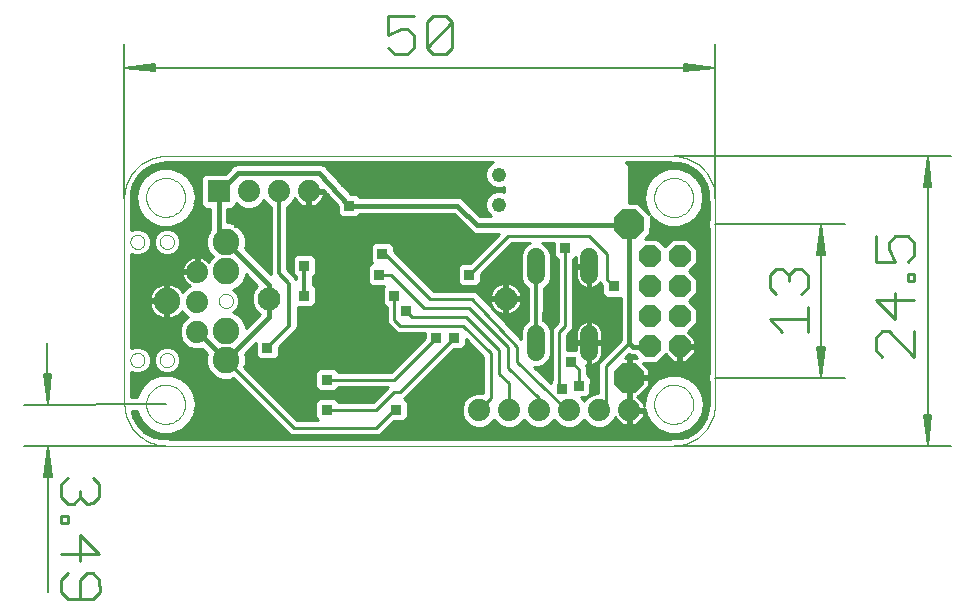
<source format=gbl>
G75*
G70*
%OFA0B0*%
%FSLAX24Y24*%
%IPPOS*%
%LPD*%
%AMOC8*
5,1,8,0,0,1.08239X$1,22.5*
%
%ADD10C,0.0000*%
%ADD11C,0.0051*%
%ADD12C,0.0110*%
%ADD13C,0.0886*%
%ADD14OC8,0.0740*%
%ADD15C,0.0768*%
%ADD16C,0.0480*%
%ADD17R,0.0740X0.0740*%
%ADD18C,0.0740*%
%ADD19C,0.0591*%
%ADD20OC8,0.1000*%
%ADD21C,0.0120*%
%ADD22R,0.0356X0.0356*%
%ADD23C,0.0160*%
%ADD24C,0.0100*%
D10*
X004848Y006033D02*
X004851Y006033D01*
X021780Y006033D01*
X021784Y006033D01*
X021134Y007407D02*
X021136Y007457D01*
X021142Y007507D01*
X021152Y007557D01*
X021165Y007605D01*
X021182Y007653D01*
X021203Y007699D01*
X021227Y007743D01*
X021255Y007785D01*
X021286Y007825D01*
X021320Y007862D01*
X021357Y007897D01*
X021396Y007928D01*
X021437Y007957D01*
X021481Y007982D01*
X021527Y008004D01*
X021574Y008022D01*
X021622Y008036D01*
X021671Y008047D01*
X021721Y008054D01*
X021771Y008057D01*
X021822Y008056D01*
X021872Y008051D01*
X021922Y008042D01*
X021970Y008030D01*
X022018Y008013D01*
X022064Y007993D01*
X022109Y007970D01*
X022152Y007943D01*
X022192Y007913D01*
X022230Y007880D01*
X022265Y007844D01*
X022298Y007805D01*
X022327Y007764D01*
X022353Y007721D01*
X022376Y007676D01*
X022395Y007629D01*
X022410Y007581D01*
X022422Y007532D01*
X022430Y007482D01*
X022434Y007432D01*
X022434Y007382D01*
X022430Y007332D01*
X022422Y007282D01*
X022410Y007233D01*
X022395Y007185D01*
X022376Y007138D01*
X022353Y007093D01*
X022327Y007050D01*
X022298Y007009D01*
X022265Y006970D01*
X022230Y006934D01*
X022192Y006901D01*
X022152Y006871D01*
X022109Y006844D01*
X022064Y006821D01*
X022018Y006801D01*
X021970Y006784D01*
X021922Y006772D01*
X021872Y006763D01*
X021822Y006758D01*
X021771Y006757D01*
X021721Y006760D01*
X021671Y006767D01*
X021622Y006778D01*
X021574Y006792D01*
X021527Y006810D01*
X021481Y006832D01*
X021437Y006857D01*
X021396Y006886D01*
X021357Y006917D01*
X021320Y006952D01*
X021286Y006989D01*
X021255Y007029D01*
X021227Y007071D01*
X021203Y007115D01*
X021182Y007161D01*
X021165Y007209D01*
X021152Y007257D01*
X021142Y007307D01*
X021136Y007357D01*
X021134Y007407D01*
X021780Y006033D02*
X021852Y006035D01*
X021924Y006041D01*
X021996Y006050D01*
X022067Y006063D01*
X022137Y006080D01*
X022206Y006100D01*
X022274Y006125D01*
X022340Y006152D01*
X022406Y006183D01*
X022469Y006218D01*
X022531Y006255D01*
X022590Y006296D01*
X022647Y006340D01*
X022702Y006387D01*
X022754Y006437D01*
X022804Y006489D01*
X022851Y006544D01*
X022895Y006601D01*
X022936Y006660D01*
X022973Y006722D01*
X023008Y006785D01*
X023039Y006851D01*
X023066Y006917D01*
X023091Y006985D01*
X023111Y007054D01*
X023128Y007124D01*
X023141Y007195D01*
X023150Y007267D01*
X023156Y007339D01*
X023158Y007411D01*
X023158Y014300D01*
X023158Y014307D01*
X021130Y014300D02*
X021132Y014350D01*
X021138Y014400D01*
X021148Y014450D01*
X021161Y014498D01*
X021178Y014546D01*
X021199Y014592D01*
X021223Y014636D01*
X021251Y014678D01*
X021282Y014718D01*
X021316Y014755D01*
X021353Y014790D01*
X021392Y014821D01*
X021433Y014850D01*
X021477Y014875D01*
X021523Y014897D01*
X021570Y014915D01*
X021618Y014929D01*
X021667Y014940D01*
X021717Y014947D01*
X021767Y014950D01*
X021818Y014949D01*
X021868Y014944D01*
X021918Y014935D01*
X021966Y014923D01*
X022014Y014906D01*
X022060Y014886D01*
X022105Y014863D01*
X022148Y014836D01*
X022188Y014806D01*
X022226Y014773D01*
X022261Y014737D01*
X022294Y014698D01*
X022323Y014657D01*
X022349Y014614D01*
X022372Y014569D01*
X022391Y014522D01*
X022406Y014474D01*
X022418Y014425D01*
X022426Y014375D01*
X022430Y014325D01*
X022430Y014275D01*
X022426Y014225D01*
X022418Y014175D01*
X022406Y014126D01*
X022391Y014078D01*
X022372Y014031D01*
X022349Y013986D01*
X022323Y013943D01*
X022294Y013902D01*
X022261Y013863D01*
X022226Y013827D01*
X022188Y013794D01*
X022148Y013764D01*
X022105Y013737D01*
X022060Y013714D01*
X022014Y013694D01*
X021966Y013677D01*
X021918Y013665D01*
X021868Y013656D01*
X021818Y013651D01*
X021767Y013650D01*
X021717Y013653D01*
X021667Y013660D01*
X021618Y013671D01*
X021570Y013685D01*
X021523Y013703D01*
X021477Y013725D01*
X021433Y013750D01*
X021392Y013779D01*
X021353Y013810D01*
X021316Y013845D01*
X021282Y013882D01*
X021251Y013922D01*
X021223Y013964D01*
X021199Y014008D01*
X021178Y014054D01*
X021161Y014102D01*
X021148Y014150D01*
X021138Y014200D01*
X021132Y014250D01*
X021130Y014300D01*
X021780Y015678D02*
X021852Y015676D01*
X021924Y015670D01*
X021996Y015661D01*
X022067Y015648D01*
X022137Y015631D01*
X022206Y015611D01*
X022274Y015586D01*
X022340Y015559D01*
X022406Y015528D01*
X022469Y015493D01*
X022531Y015456D01*
X022590Y015415D01*
X022647Y015371D01*
X022702Y015324D01*
X022754Y015274D01*
X022804Y015222D01*
X022851Y015167D01*
X022895Y015110D01*
X022936Y015051D01*
X022973Y014989D01*
X023008Y014926D01*
X023039Y014860D01*
X023066Y014794D01*
X023091Y014726D01*
X023111Y014657D01*
X023128Y014587D01*
X023141Y014516D01*
X023150Y014444D01*
X023156Y014372D01*
X023158Y014300D01*
X021784Y015678D02*
X021780Y015678D01*
X004851Y015678D01*
X004198Y014304D02*
X004200Y014354D01*
X004206Y014404D01*
X004216Y014454D01*
X004229Y014502D01*
X004246Y014550D01*
X004267Y014596D01*
X004291Y014640D01*
X004319Y014682D01*
X004350Y014722D01*
X004384Y014759D01*
X004421Y014794D01*
X004460Y014825D01*
X004501Y014854D01*
X004545Y014879D01*
X004591Y014901D01*
X004638Y014919D01*
X004686Y014933D01*
X004735Y014944D01*
X004785Y014951D01*
X004835Y014954D01*
X004886Y014953D01*
X004936Y014948D01*
X004986Y014939D01*
X005034Y014927D01*
X005082Y014910D01*
X005128Y014890D01*
X005173Y014867D01*
X005216Y014840D01*
X005256Y014810D01*
X005294Y014777D01*
X005329Y014741D01*
X005362Y014702D01*
X005391Y014661D01*
X005417Y014618D01*
X005440Y014573D01*
X005459Y014526D01*
X005474Y014478D01*
X005486Y014429D01*
X005494Y014379D01*
X005498Y014329D01*
X005498Y014279D01*
X005494Y014229D01*
X005486Y014179D01*
X005474Y014130D01*
X005459Y014082D01*
X005440Y014035D01*
X005417Y013990D01*
X005391Y013947D01*
X005362Y013906D01*
X005329Y013867D01*
X005294Y013831D01*
X005256Y013798D01*
X005216Y013768D01*
X005173Y013741D01*
X005128Y013718D01*
X005082Y013698D01*
X005034Y013681D01*
X004986Y013669D01*
X004936Y013660D01*
X004886Y013655D01*
X004835Y013654D01*
X004785Y013657D01*
X004735Y013664D01*
X004686Y013675D01*
X004638Y013689D01*
X004591Y013707D01*
X004545Y013729D01*
X004501Y013754D01*
X004460Y013783D01*
X004421Y013814D01*
X004384Y013849D01*
X004350Y013886D01*
X004319Y013926D01*
X004291Y013968D01*
X004267Y014012D01*
X004246Y014058D01*
X004229Y014106D01*
X004216Y014154D01*
X004206Y014204D01*
X004200Y014254D01*
X004198Y014304D01*
X003473Y014300D02*
X003475Y014372D01*
X003481Y014444D01*
X003490Y014516D01*
X003503Y014587D01*
X003520Y014657D01*
X003540Y014726D01*
X003565Y014794D01*
X003592Y014860D01*
X003623Y014926D01*
X003658Y014989D01*
X003695Y015051D01*
X003736Y015110D01*
X003780Y015167D01*
X003827Y015222D01*
X003877Y015274D01*
X003929Y015324D01*
X003984Y015371D01*
X004041Y015415D01*
X004100Y015456D01*
X004162Y015493D01*
X004225Y015528D01*
X004291Y015559D01*
X004357Y015586D01*
X004425Y015611D01*
X004494Y015631D01*
X004564Y015648D01*
X004635Y015661D01*
X004707Y015670D01*
X004779Y015676D01*
X004851Y015678D01*
X003473Y014304D02*
X003473Y014300D01*
X003473Y007450D01*
X003473Y007407D01*
X004198Y007407D02*
X004200Y007457D01*
X004206Y007507D01*
X004216Y007557D01*
X004229Y007605D01*
X004246Y007653D01*
X004267Y007699D01*
X004291Y007743D01*
X004319Y007785D01*
X004350Y007825D01*
X004384Y007862D01*
X004421Y007897D01*
X004460Y007928D01*
X004501Y007957D01*
X004545Y007982D01*
X004591Y008004D01*
X004638Y008022D01*
X004686Y008036D01*
X004735Y008047D01*
X004785Y008054D01*
X004835Y008057D01*
X004886Y008056D01*
X004936Y008051D01*
X004986Y008042D01*
X005034Y008030D01*
X005082Y008013D01*
X005128Y007993D01*
X005173Y007970D01*
X005216Y007943D01*
X005256Y007913D01*
X005294Y007880D01*
X005329Y007844D01*
X005362Y007805D01*
X005391Y007764D01*
X005417Y007721D01*
X005440Y007676D01*
X005459Y007629D01*
X005474Y007581D01*
X005486Y007532D01*
X005494Y007482D01*
X005498Y007432D01*
X005498Y007382D01*
X005494Y007332D01*
X005486Y007282D01*
X005474Y007233D01*
X005459Y007185D01*
X005440Y007138D01*
X005417Y007093D01*
X005391Y007050D01*
X005362Y007009D01*
X005329Y006970D01*
X005294Y006934D01*
X005256Y006901D01*
X005216Y006871D01*
X005173Y006844D01*
X005128Y006821D01*
X005082Y006801D01*
X005034Y006784D01*
X004986Y006772D01*
X004936Y006763D01*
X004886Y006758D01*
X004835Y006757D01*
X004785Y006760D01*
X004735Y006767D01*
X004686Y006778D01*
X004638Y006792D01*
X004591Y006810D01*
X004545Y006832D01*
X004501Y006857D01*
X004460Y006886D01*
X004421Y006917D01*
X004384Y006952D01*
X004350Y006989D01*
X004319Y007029D01*
X004291Y007071D01*
X004267Y007115D01*
X004246Y007161D01*
X004229Y007209D01*
X004216Y007257D01*
X004206Y007307D01*
X004200Y007357D01*
X004198Y007407D01*
X003473Y007450D02*
X003474Y007377D01*
X003479Y007303D01*
X003487Y007231D01*
X003500Y007159D01*
X003516Y007087D01*
X003535Y007017D01*
X003559Y006947D01*
X003586Y006879D01*
X003617Y006813D01*
X003651Y006748D01*
X003688Y006685D01*
X003729Y006624D01*
X003772Y006566D01*
X003819Y006509D01*
X003869Y006455D01*
X003921Y006404D01*
X003976Y006356D01*
X004033Y006311D01*
X004093Y006268D01*
X004155Y006229D01*
X004219Y006193D01*
X004284Y006161D01*
X004352Y006132D01*
X004420Y006107D01*
X004490Y006085D01*
X004561Y006067D01*
X004633Y006052D01*
X004705Y006042D01*
X004778Y006035D01*
X004851Y006032D01*
X004655Y008883D02*
X004657Y008913D01*
X004663Y008943D01*
X004672Y008972D01*
X004685Y008999D01*
X004702Y009024D01*
X004721Y009047D01*
X004744Y009068D01*
X004769Y009085D01*
X004795Y009099D01*
X004824Y009109D01*
X004853Y009116D01*
X004883Y009119D01*
X004914Y009118D01*
X004944Y009113D01*
X004973Y009104D01*
X005000Y009092D01*
X005026Y009077D01*
X005050Y009058D01*
X005071Y009036D01*
X005089Y009012D01*
X005104Y008985D01*
X005115Y008957D01*
X005123Y008928D01*
X005127Y008898D01*
X005127Y008868D01*
X005123Y008838D01*
X005115Y008809D01*
X005104Y008781D01*
X005089Y008754D01*
X005071Y008730D01*
X005050Y008708D01*
X005026Y008689D01*
X005000Y008674D01*
X004973Y008662D01*
X004944Y008653D01*
X004914Y008648D01*
X004883Y008647D01*
X004853Y008650D01*
X004824Y008657D01*
X004795Y008667D01*
X004769Y008681D01*
X004744Y008698D01*
X004721Y008719D01*
X004702Y008742D01*
X004685Y008767D01*
X004672Y008794D01*
X004663Y008823D01*
X004657Y008853D01*
X004655Y008883D01*
X003670Y008883D02*
X003672Y008913D01*
X003678Y008943D01*
X003687Y008972D01*
X003700Y008999D01*
X003717Y009024D01*
X003736Y009047D01*
X003759Y009068D01*
X003784Y009085D01*
X003810Y009099D01*
X003839Y009109D01*
X003868Y009116D01*
X003898Y009119D01*
X003929Y009118D01*
X003959Y009113D01*
X003988Y009104D01*
X004015Y009092D01*
X004041Y009077D01*
X004065Y009058D01*
X004086Y009036D01*
X004104Y009012D01*
X004119Y008985D01*
X004130Y008957D01*
X004138Y008928D01*
X004142Y008898D01*
X004142Y008868D01*
X004138Y008838D01*
X004130Y008809D01*
X004119Y008781D01*
X004104Y008754D01*
X004086Y008730D01*
X004065Y008708D01*
X004041Y008689D01*
X004015Y008674D01*
X003988Y008662D01*
X003959Y008653D01*
X003929Y008648D01*
X003898Y008647D01*
X003868Y008650D01*
X003839Y008657D01*
X003810Y008667D01*
X003784Y008681D01*
X003759Y008698D01*
X003736Y008719D01*
X003717Y008742D01*
X003700Y008767D01*
X003687Y008794D01*
X003678Y008823D01*
X003672Y008853D01*
X003670Y008883D01*
X006623Y010852D02*
X006625Y010882D01*
X006631Y010912D01*
X006640Y010941D01*
X006653Y010968D01*
X006670Y010993D01*
X006689Y011016D01*
X006712Y011037D01*
X006737Y011054D01*
X006763Y011068D01*
X006792Y011078D01*
X006821Y011085D01*
X006851Y011088D01*
X006882Y011087D01*
X006912Y011082D01*
X006941Y011073D01*
X006968Y011061D01*
X006994Y011046D01*
X007018Y011027D01*
X007039Y011005D01*
X007057Y010981D01*
X007072Y010954D01*
X007083Y010926D01*
X007091Y010897D01*
X007095Y010867D01*
X007095Y010837D01*
X007091Y010807D01*
X007083Y010778D01*
X007072Y010750D01*
X007057Y010723D01*
X007039Y010699D01*
X007018Y010677D01*
X006994Y010658D01*
X006968Y010643D01*
X006941Y010631D01*
X006912Y010622D01*
X006882Y010617D01*
X006851Y010616D01*
X006821Y010619D01*
X006792Y010626D01*
X006763Y010636D01*
X006737Y010650D01*
X006712Y010667D01*
X006689Y010688D01*
X006670Y010711D01*
X006653Y010736D01*
X006640Y010763D01*
X006631Y010792D01*
X006625Y010822D01*
X006623Y010852D01*
X004655Y012820D02*
X004657Y012850D01*
X004663Y012880D01*
X004672Y012909D01*
X004685Y012936D01*
X004702Y012961D01*
X004721Y012984D01*
X004744Y013005D01*
X004769Y013022D01*
X004795Y013036D01*
X004824Y013046D01*
X004853Y013053D01*
X004883Y013056D01*
X004914Y013055D01*
X004944Y013050D01*
X004973Y013041D01*
X005000Y013029D01*
X005026Y013014D01*
X005050Y012995D01*
X005071Y012973D01*
X005089Y012949D01*
X005104Y012922D01*
X005115Y012894D01*
X005123Y012865D01*
X005127Y012835D01*
X005127Y012805D01*
X005123Y012775D01*
X005115Y012746D01*
X005104Y012718D01*
X005089Y012691D01*
X005071Y012667D01*
X005050Y012645D01*
X005026Y012626D01*
X005000Y012611D01*
X004973Y012599D01*
X004944Y012590D01*
X004914Y012585D01*
X004883Y012584D01*
X004853Y012587D01*
X004824Y012594D01*
X004795Y012604D01*
X004769Y012618D01*
X004744Y012635D01*
X004721Y012656D01*
X004702Y012679D01*
X004685Y012704D01*
X004672Y012731D01*
X004663Y012760D01*
X004657Y012790D01*
X004655Y012820D01*
X003670Y012820D02*
X003672Y012850D01*
X003678Y012880D01*
X003687Y012909D01*
X003700Y012936D01*
X003717Y012961D01*
X003736Y012984D01*
X003759Y013005D01*
X003784Y013022D01*
X003810Y013036D01*
X003839Y013046D01*
X003868Y013053D01*
X003898Y013056D01*
X003929Y013055D01*
X003959Y013050D01*
X003988Y013041D01*
X004015Y013029D01*
X004041Y013014D01*
X004065Y012995D01*
X004086Y012973D01*
X004104Y012949D01*
X004119Y012922D01*
X004130Y012894D01*
X004138Y012865D01*
X004142Y012835D01*
X004142Y012805D01*
X004138Y012775D01*
X004130Y012746D01*
X004119Y012718D01*
X004104Y012691D01*
X004086Y012667D01*
X004065Y012645D01*
X004041Y012626D01*
X004015Y012611D01*
X003988Y012599D01*
X003959Y012590D01*
X003929Y012585D01*
X003898Y012584D01*
X003868Y012587D01*
X003839Y012594D01*
X003810Y012604D01*
X003784Y012618D01*
X003759Y012635D01*
X003736Y012656D01*
X003717Y012679D01*
X003700Y012704D01*
X003687Y012731D01*
X003678Y012760D01*
X003672Y012790D01*
X003670Y012820D01*
D11*
X000916Y006024D02*
X000927Y001163D01*
X000867Y005000D02*
X000916Y006024D01*
X000816Y005000D01*
X000793Y005000D02*
X000916Y006024D01*
X001021Y005000D01*
X001044Y005000D02*
X000793Y005000D01*
X000970Y005000D02*
X000916Y006024D01*
X001044Y005000D01*
X000129Y006022D02*
X004851Y006033D01*
X004848Y007407D02*
X000126Y007397D01*
X000913Y007398D02*
X000808Y008422D01*
X000785Y008422D02*
X000913Y007398D01*
X001013Y008422D01*
X001036Y008422D02*
X000785Y008422D01*
X000859Y008422D02*
X000913Y007398D01*
X000962Y008422D01*
X001036Y008422D02*
X000913Y007398D01*
X000908Y009446D01*
X003473Y014300D02*
X003473Y019418D01*
X003473Y018631D02*
X004497Y018733D01*
X004497Y018757D02*
X004497Y018505D01*
X003473Y018631D01*
X004497Y018529D01*
X004497Y018580D02*
X003473Y018631D01*
X004497Y018682D01*
X004497Y018757D02*
X003473Y018631D01*
X023158Y018631D01*
X022135Y018529D01*
X022135Y018505D02*
X023158Y018631D01*
X022135Y018733D01*
X022135Y018757D02*
X022135Y018505D01*
X022135Y018580D02*
X023158Y018631D01*
X022135Y018682D01*
X022135Y018757D02*
X023158Y018631D01*
X023158Y019418D02*
X023158Y014300D01*
X023158Y013415D02*
X027489Y013415D01*
X026702Y013415D02*
X026804Y012391D01*
X026827Y012391D02*
X026702Y013415D01*
X026599Y012391D01*
X026576Y012391D02*
X026827Y012391D01*
X026753Y012391D02*
X026702Y013415D01*
X026651Y012391D01*
X026576Y012391D02*
X026702Y013415D01*
X026702Y008296D01*
X026804Y009320D01*
X026827Y009320D02*
X026702Y008296D01*
X026599Y009320D01*
X026576Y009320D02*
X026827Y009320D01*
X026753Y009320D02*
X026702Y008296D01*
X026651Y009320D01*
X026576Y009320D02*
X026702Y008296D01*
X027489Y008296D02*
X023158Y008296D01*
X021780Y006033D02*
X031032Y006033D01*
X030245Y006033D02*
X030347Y007056D01*
X030371Y007056D02*
X030245Y006033D01*
X030143Y007056D01*
X030119Y007056D02*
X030371Y007056D01*
X030296Y007056D02*
X030245Y006033D01*
X030194Y007056D01*
X030119Y007056D02*
X030245Y006033D01*
X030245Y015678D01*
X030347Y014655D01*
X030371Y014655D02*
X030245Y015678D01*
X030143Y014655D01*
X030119Y014655D02*
X030371Y014655D01*
X030296Y014655D02*
X030245Y015678D01*
X030194Y014655D01*
X030119Y014655D02*
X030245Y015678D01*
X031032Y015678D02*
X021780Y015678D01*
D12*
X025195Y011929D02*
X025407Y011929D01*
X025618Y011717D01*
X025830Y011929D01*
X026042Y011929D01*
X026253Y011717D01*
X026253Y011294D01*
X026042Y011083D01*
X026253Y010660D02*
X026253Y009814D01*
X026253Y010237D02*
X024984Y010237D01*
X025407Y009814D01*
X025195Y011083D02*
X024984Y011294D01*
X024984Y011717D01*
X025195Y011929D01*
X025618Y011717D02*
X025618Y011506D01*
X028527Y010895D02*
X029162Y010261D01*
X029162Y011107D01*
X029796Y010895D02*
X028527Y010895D01*
X029585Y011529D02*
X029585Y011741D01*
X029796Y011741D01*
X029796Y011529D01*
X029585Y011529D01*
X029585Y012164D02*
X029796Y012375D01*
X029796Y012798D01*
X029585Y013010D01*
X029162Y013010D01*
X028950Y012798D01*
X028950Y012587D01*
X029162Y012164D01*
X028527Y012164D01*
X028527Y013010D01*
X028739Y009838D02*
X028527Y009626D01*
X028527Y009203D01*
X028739Y008992D01*
X028950Y009838D02*
X029796Y008992D01*
X029796Y009838D01*
X028950Y009838D02*
X028739Y009838D01*
X014389Y019291D02*
X014178Y019080D01*
X013755Y019080D01*
X013543Y019291D01*
X014389Y020137D01*
X014389Y019291D01*
X013543Y019291D02*
X013543Y020137D01*
X013755Y020349D01*
X014178Y020349D01*
X014389Y020137D01*
X013121Y020349D02*
X012274Y020349D01*
X012274Y019714D01*
X012697Y019926D01*
X012909Y019926D01*
X013121Y019714D01*
X013121Y019291D01*
X012909Y019080D01*
X012486Y019080D01*
X012274Y019291D01*
X002425Y004948D02*
X002637Y004737D01*
X002637Y004314D01*
X002426Y004102D01*
X002215Y004101D01*
X002003Y004313D01*
X001792Y004101D01*
X001580Y004100D01*
X001368Y004311D01*
X001368Y004735D01*
X001579Y004946D01*
X002003Y004524D02*
X002003Y004313D01*
X001581Y003678D02*
X001369Y003677D01*
X001370Y003466D01*
X001581Y003466D01*
X001581Y003678D01*
X002005Y003044D02*
X002007Y002198D01*
X002219Y001775D02*
X002008Y001564D01*
X002009Y000929D01*
X001586Y000928D02*
X002432Y000930D01*
X002643Y001142D01*
X002642Y001565D01*
X002430Y001776D01*
X002219Y001775D01*
X001584Y001774D02*
X001373Y001563D01*
X001374Y001139D01*
X001586Y000928D01*
X001372Y002408D02*
X002641Y002411D01*
X002005Y003044D01*
D13*
X006859Y008883D03*
X006859Y009867D03*
X004891Y010852D03*
X006859Y011836D03*
X006859Y012820D03*
D14*
X020981Y012349D03*
X021981Y012349D03*
X021981Y011349D03*
X020981Y011349D03*
X020981Y010349D03*
X021981Y010349D03*
X021981Y009349D03*
X020981Y009349D03*
D15*
X016183Y010929D03*
X008309Y010929D03*
D16*
X015952Y014061D03*
X015952Y015061D03*
D17*
X006615Y014512D03*
D18*
X007615Y014512D03*
X008615Y014512D03*
X009615Y014512D03*
X005893Y011823D03*
X005893Y010823D03*
X005893Y009823D03*
X015299Y007209D03*
X016299Y007209D03*
X017299Y007209D03*
X018299Y007209D03*
X019299Y007209D03*
X020299Y007209D03*
D19*
X018959Y009158D02*
X018959Y009748D01*
X017188Y009748D02*
X017188Y009158D01*
X017188Y011717D02*
X017188Y012307D01*
X018959Y012307D02*
X018959Y011717D01*
D20*
X020304Y013415D03*
X020304Y008296D03*
D21*
X018973Y009439D02*
X018959Y009453D01*
X017188Y009453D02*
X017188Y012012D01*
X009473Y012033D02*
X009473Y011033D01*
X008973Y011433D02*
X008615Y011791D01*
X008615Y014512D01*
X008973Y011433D02*
X008973Y010033D01*
X008239Y009298D01*
D22*
X008239Y009298D03*
X010223Y008233D03*
X011073Y008983D03*
X010223Y007233D03*
X012523Y007233D03*
X015223Y007983D03*
X014473Y009633D03*
X013873Y009633D03*
X012873Y010533D03*
X012473Y011033D03*
X011973Y011733D03*
X012073Y012433D03*
X012873Y012433D03*
X014373Y012533D03*
X014973Y011733D03*
X015967Y011929D03*
X017773Y011283D03*
X017573Y010333D03*
X019623Y009633D03*
X018373Y008833D03*
X018623Y008033D03*
X018073Y007933D03*
X019123Y007933D03*
X019723Y010733D03*
X019791Y011349D03*
X018173Y012633D03*
X021123Y013131D03*
X015473Y014528D03*
X010973Y014033D03*
X010873Y014833D03*
X009273Y013433D03*
X008173Y013433D03*
X007281Y013439D03*
X006073Y013433D03*
X005073Y012033D03*
X007473Y010833D03*
X009473Y011033D03*
X010073Y011033D03*
X009473Y012033D03*
X005073Y009633D03*
X005861Y008845D03*
D23*
X005893Y009823D02*
X005920Y009823D01*
X006859Y008883D01*
X008309Y010333D01*
X008309Y010929D01*
X008309Y011370D01*
X006859Y012820D01*
X006615Y013064D01*
X006615Y014512D01*
X006656Y014512D01*
X007273Y015133D01*
X009973Y015133D01*
X010973Y014033D01*
X014573Y014033D01*
X015216Y013390D01*
X020230Y013390D01*
X020304Y013415D01*
X020304Y009467D01*
X020440Y009331D01*
X020964Y009331D01*
X020981Y009349D01*
X018959Y009453D02*
X018959Y012012D01*
X006859Y012820D02*
X006812Y012867D01*
D24*
X006279Y013125D02*
X005217Y013125D01*
X005269Y013073D02*
X005143Y013198D01*
X004979Y013266D01*
X004802Y013266D01*
X004638Y013198D01*
X004512Y013073D01*
X004444Y012909D01*
X004444Y012731D01*
X004512Y012567D01*
X004638Y012442D01*
X004802Y012374D01*
X004979Y012374D01*
X005143Y012442D01*
X005269Y012567D01*
X005337Y012731D01*
X005337Y012909D01*
X005269Y013073D01*
X005288Y013026D02*
X006238Y013026D01*
X006206Y012950D02*
X006306Y013190D01*
X006325Y013209D01*
X006325Y013932D01*
X006158Y013932D01*
X006035Y014055D01*
X006035Y014969D01*
X006158Y015092D01*
X006824Y015092D01*
X007027Y015297D01*
X007028Y015297D01*
X007068Y015338D01*
X007108Y015378D01*
X007109Y015378D01*
X007109Y015378D01*
X007162Y015400D01*
X007215Y015422D01*
X007215Y015422D01*
X007216Y015423D01*
X007273Y015423D01*
X007330Y015423D01*
X007331Y015423D01*
X009923Y015423D01*
X009930Y015425D01*
X009980Y015423D01*
X010031Y015423D01*
X010038Y015420D01*
X010045Y015420D01*
X010091Y015398D01*
X010138Y015378D01*
X010143Y015373D01*
X010149Y015370D01*
X010183Y015333D01*
X010219Y015297D01*
X010222Y015290D01*
X011012Y014421D01*
X011238Y014421D01*
X011337Y014323D01*
X014631Y014323D01*
X014738Y014278D01*
X015336Y013680D01*
X015697Y013680D01*
X015570Y013806D01*
X015502Y013972D01*
X015502Y014151D01*
X015570Y014316D01*
X015697Y014443D01*
X015862Y014511D01*
X016041Y014511D01*
X016117Y014480D01*
X016117Y014643D01*
X016041Y014611D01*
X015862Y014611D01*
X015697Y014680D01*
X015570Y014806D01*
X015502Y014972D01*
X015502Y015151D01*
X015570Y015316D01*
X015697Y015443D01*
X015758Y015468D01*
X004851Y015468D01*
X004699Y015458D01*
X004404Y015379D01*
X004140Y015227D01*
X003925Y015011D01*
X003772Y014747D01*
X003709Y014511D01*
X003709Y014203D01*
X003683Y014177D01*
X003683Y013211D01*
X003818Y013266D01*
X003995Y013266D01*
X004159Y013198D01*
X004285Y013073D01*
X004353Y012909D01*
X004353Y012731D01*
X004285Y012567D01*
X004159Y012442D01*
X003995Y012374D01*
X003818Y012374D01*
X003683Y012429D01*
X003683Y009274D01*
X003818Y009329D01*
X003995Y009329D01*
X004159Y009261D01*
X004285Y009136D01*
X004353Y008972D01*
X004353Y008794D01*
X004285Y008630D01*
X004159Y008505D01*
X003995Y008437D01*
X003818Y008437D01*
X003683Y008492D01*
X003683Y007640D01*
X003894Y007641D01*
X003913Y007748D01*
X003913Y007748D01*
X004086Y008047D01*
X004086Y008047D01*
X004086Y008047D01*
X004351Y008269D01*
X004351Y008269D01*
X004675Y008387D01*
X005021Y008387D01*
X005346Y008269D01*
X005346Y008269D01*
X005610Y008047D01*
X005610Y008047D01*
X005783Y007748D01*
X005843Y007407D01*
X005783Y007067D01*
X005610Y006768D01*
X005610Y006768D01*
X005346Y006546D01*
X005346Y006546D01*
X005021Y006427D01*
X004675Y006427D01*
X004351Y006546D01*
X004351Y006546D01*
X004086Y006768D01*
X004086Y006768D01*
X003913Y007067D01*
X003913Y007067D01*
X003895Y007170D01*
X003722Y007169D01*
X003767Y006991D01*
X003919Y006721D01*
X004135Y006498D01*
X004401Y006339D01*
X004654Y006268D01*
X004948Y006268D01*
X004974Y006243D01*
X021657Y006243D01*
X021683Y006268D01*
X021991Y006268D01*
X022227Y006332D01*
X022491Y006484D01*
X022707Y006700D01*
X022860Y006964D01*
X022938Y007258D01*
X022948Y007411D01*
X022948Y008173D01*
X022923Y008199D01*
X022923Y008394D01*
X022948Y008420D01*
X022948Y013291D01*
X022923Y013317D01*
X022923Y013512D01*
X022948Y013538D01*
X022948Y014177D01*
X022923Y014203D01*
X022923Y014511D01*
X022860Y014747D01*
X022707Y015011D01*
X022491Y015227D01*
X022227Y015379D01*
X021991Y015443D01*
X021683Y015443D01*
X021657Y015468D01*
X020185Y015468D01*
X020287Y015366D01*
X020287Y014125D01*
X020598Y014125D01*
X020958Y013764D01*
X020845Y013960D01*
X020845Y013960D01*
X020785Y014300D01*
X020785Y014300D01*
X020845Y014641D01*
X020845Y014641D01*
X021018Y014940D01*
X021018Y014940D01*
X021018Y014940D01*
X021283Y015162D01*
X021283Y015162D01*
X021608Y015280D01*
X021953Y015280D01*
X022278Y015162D01*
X022278Y015162D01*
X022543Y014940D01*
X022543Y014940D01*
X022716Y014641D01*
X022716Y014641D01*
X022776Y014300D01*
X022776Y014300D01*
X022716Y013960D01*
X022716Y013960D01*
X022543Y013661D01*
X022543Y013661D01*
X022543Y013661D01*
X022278Y013439D01*
X022278Y013439D01*
X021953Y013320D01*
X021608Y013320D01*
X021283Y013439D01*
X021283Y013439D01*
X021018Y013661D01*
X021018Y013661D01*
X021014Y013668D01*
X021014Y013120D01*
X020822Y012929D01*
X021221Y012929D01*
X021481Y012669D01*
X021741Y012929D01*
X022221Y012929D01*
X022561Y012589D01*
X022561Y012109D01*
X022301Y011849D01*
X022561Y011589D01*
X022561Y011109D01*
X022301Y010849D01*
X022561Y010589D01*
X022561Y010109D01*
X022259Y009806D01*
X022501Y009564D01*
X022501Y009399D01*
X022031Y009399D01*
X022031Y009299D01*
X022031Y008829D01*
X022197Y008829D01*
X022501Y009133D01*
X022501Y009299D01*
X022031Y009299D01*
X021931Y009299D01*
X021931Y008829D01*
X021766Y008829D01*
X021524Y009071D01*
X021221Y008769D01*
X020751Y008769D01*
X020954Y008566D01*
X020954Y008346D01*
X020354Y008346D01*
X020354Y008246D01*
X020354Y007726D01*
X020349Y007727D01*
X020349Y007259D01*
X020815Y007259D01*
X020849Y007067D01*
X021021Y006768D01*
X021286Y006546D01*
X021611Y006427D01*
X021956Y006427D01*
X022281Y006546D01*
X022546Y006768D01*
X022719Y007067D01*
X022779Y007407D01*
X022779Y007407D01*
X022719Y007748D01*
X022546Y008047D01*
X022546Y008047D01*
X022281Y008269D01*
X021956Y008387D01*
X021611Y008387D01*
X021286Y008269D01*
X021021Y008047D01*
X020849Y007748D01*
X020788Y007407D01*
X020798Y007356D01*
X020781Y007408D01*
X020743Y007481D01*
X020695Y007547D01*
X020637Y007605D01*
X020576Y007650D01*
X020954Y008027D01*
X020954Y008246D01*
X020354Y008246D01*
X020254Y008246D01*
X020254Y007646D01*
X020249Y007646D01*
X020249Y007259D01*
X020349Y007259D01*
X020349Y007159D01*
X020817Y007159D01*
X020806Y007087D01*
X020781Y007009D01*
X020743Y006936D01*
X020695Y006870D01*
X020637Y006812D01*
X020571Y006764D01*
X020498Y006727D01*
X020420Y006702D01*
X020349Y006690D01*
X020349Y007159D01*
X020249Y007159D01*
X020249Y006690D01*
X020177Y006702D01*
X020099Y006727D01*
X020026Y006764D01*
X019960Y006812D01*
X019902Y006870D01*
X019854Y006936D01*
X019832Y006980D01*
X019790Y006880D01*
X019627Y006717D01*
X019414Y006629D01*
X019183Y006629D01*
X018970Y006717D01*
X018807Y006880D01*
X018799Y006900D01*
X018790Y006880D01*
X018627Y006717D01*
X018414Y006629D01*
X018183Y006629D01*
X017970Y006717D01*
X017807Y006880D01*
X017799Y006900D01*
X017790Y006880D01*
X017627Y006717D01*
X017414Y006629D01*
X017183Y006629D01*
X016970Y006717D01*
X016807Y006880D01*
X016799Y006900D01*
X016790Y006880D01*
X016627Y006717D01*
X016414Y006629D01*
X016183Y006629D01*
X015970Y006717D01*
X015807Y006880D01*
X015799Y006900D01*
X015790Y006880D01*
X015627Y006717D01*
X015414Y006629D01*
X015183Y006629D01*
X014970Y006717D01*
X014807Y006880D01*
X014719Y007093D01*
X014719Y007324D01*
X014807Y007537D01*
X014970Y007700D01*
X015183Y007789D01*
X015414Y007789D01*
X015440Y007778D01*
X015440Y008998D01*
X014861Y009577D01*
X014861Y009368D01*
X014738Y009245D01*
X014453Y009245D01*
X012821Y007612D01*
X012804Y007605D01*
X012911Y007498D01*
X012911Y006968D01*
X012788Y006845D01*
X012453Y006845D01*
X012094Y006485D01*
X012021Y006412D01*
X011925Y006373D01*
X009058Y006373D01*
X008962Y006412D01*
X007099Y008276D01*
X006989Y008230D01*
X006729Y008230D01*
X006489Y008330D01*
X006306Y008513D01*
X006206Y008753D01*
X006206Y009013D01*
X006239Y009093D01*
X006066Y009266D01*
X006009Y009243D01*
X005778Y009243D01*
X005565Y009331D01*
X005402Y009494D01*
X005313Y009707D01*
X005313Y009938D01*
X005402Y010151D01*
X005565Y010314D01*
X005585Y010323D01*
X005565Y010331D01*
X005402Y010494D01*
X005388Y010527D01*
X005343Y010465D01*
X005431Y010465D01*
X005343Y010465D02*
X005277Y010399D01*
X005201Y010344D01*
X005118Y010302D01*
X005030Y010273D01*
X004941Y010259D01*
X004941Y010802D01*
X004841Y010802D01*
X004298Y010802D01*
X004312Y010713D01*
X004341Y010624D01*
X004384Y010541D01*
X004438Y010465D01*
X004504Y010399D01*
X004580Y010344D01*
X004663Y010302D01*
X004752Y010273D01*
X004841Y010259D01*
X004841Y010802D01*
X004841Y010902D01*
X004841Y011444D01*
X004752Y011430D01*
X004663Y011401D01*
X004580Y011359D01*
X004504Y011304D01*
X004438Y011238D01*
X004384Y011162D01*
X004341Y011079D01*
X004312Y010990D01*
X004298Y010902D01*
X004841Y010902D01*
X004941Y010902D01*
X004941Y011444D01*
X005030Y011430D01*
X005118Y011401D01*
X005201Y011359D01*
X005277Y011304D01*
X005343Y011238D01*
X005398Y011162D01*
X005403Y011152D01*
X005565Y011314D01*
X005665Y011356D01*
X005621Y011378D01*
X005555Y011426D01*
X005497Y011484D01*
X005449Y011550D01*
X005411Y011623D01*
X005386Y011701D01*
X005375Y011773D01*
X005843Y011773D01*
X005843Y011873D01*
X005375Y011873D01*
X005386Y011944D01*
X005411Y012022D01*
X005449Y012095D01*
X005497Y012161D01*
X005555Y012219D01*
X005621Y012267D01*
X005694Y012305D01*
X005772Y012330D01*
X005843Y012341D01*
X005843Y011873D01*
X005943Y011873D01*
X005943Y012341D01*
X006015Y012330D01*
X006093Y012305D01*
X006166Y012267D01*
X006232Y012219D01*
X006288Y012163D01*
X006306Y012206D01*
X006428Y012328D01*
X006306Y012450D01*
X006206Y012690D01*
X006206Y012950D01*
X006206Y012928D02*
X005329Y012928D01*
X005337Y012829D02*
X006206Y012829D01*
X006206Y012731D02*
X005337Y012731D01*
X005296Y012632D02*
X006230Y012632D01*
X006271Y012534D02*
X005235Y012534D01*
X005128Y012435D02*
X006321Y012435D01*
X006419Y012337D02*
X005972Y012337D01*
X005943Y012337D02*
X005843Y012337D01*
X005815Y012337D02*
X003683Y012337D01*
X003683Y012238D02*
X005581Y012238D01*
X005481Y012140D02*
X003683Y012140D01*
X003683Y012041D02*
X005421Y012041D01*
X005386Y011943D02*
X003683Y011943D01*
X003683Y011844D02*
X005843Y011844D01*
X005843Y011943D02*
X005943Y011943D01*
X005943Y012041D02*
X005843Y012041D01*
X005843Y012140D02*
X005943Y012140D01*
X005943Y012238D02*
X005843Y012238D01*
X006206Y012238D02*
X006338Y012238D01*
X005379Y011746D02*
X003683Y011746D01*
X003683Y011647D02*
X005404Y011647D01*
X005450Y011549D02*
X003683Y011549D01*
X003683Y011450D02*
X005530Y011450D01*
X005655Y011352D02*
X005211Y011352D01*
X005328Y011253D02*
X005504Y011253D01*
X005405Y011155D02*
X005402Y011155D01*
X004941Y011155D02*
X004841Y011155D01*
X004841Y011253D02*
X004941Y011253D01*
X004941Y011352D02*
X004841Y011352D01*
X004570Y011352D02*
X003683Y011352D01*
X003683Y011253D02*
X004454Y011253D01*
X004380Y011155D02*
X003683Y011155D01*
X003683Y011056D02*
X004334Y011056D01*
X004307Y010958D02*
X003683Y010958D01*
X003683Y010859D02*
X004841Y010859D01*
X004841Y010761D02*
X004941Y010761D01*
X004941Y010662D02*
X004841Y010662D01*
X004841Y010564D02*
X004941Y010564D01*
X004941Y010465D02*
X004841Y010465D01*
X004841Y010367D02*
X004941Y010367D01*
X004941Y010268D02*
X004841Y010268D01*
X004784Y010268D02*
X003683Y010268D01*
X003683Y010170D02*
X005420Y010170D01*
X005369Y010071D02*
X003683Y010071D01*
X003683Y009973D02*
X005328Y009973D01*
X005313Y009874D02*
X003683Y009874D01*
X003683Y009776D02*
X005313Y009776D01*
X005326Y009677D02*
X003683Y009677D01*
X003683Y009579D02*
X005367Y009579D01*
X005416Y009480D02*
X003683Y009480D01*
X003683Y009382D02*
X005514Y009382D01*
X005680Y009283D02*
X005091Y009283D01*
X005143Y009261D02*
X004979Y009329D01*
X004802Y009329D01*
X004638Y009261D01*
X004512Y009136D01*
X004444Y008972D01*
X004444Y008794D01*
X004512Y008630D01*
X004638Y008505D01*
X004802Y008437D01*
X004979Y008437D01*
X005143Y008505D01*
X005269Y008630D01*
X005337Y008794D01*
X005337Y008972D01*
X005269Y009136D01*
X005143Y009261D01*
X005220Y009185D02*
X006147Y009185D01*
X006237Y009086D02*
X005290Y009086D01*
X005330Y008988D02*
X006206Y008988D01*
X006206Y008889D02*
X005337Y008889D01*
X005335Y008791D02*
X006206Y008791D01*
X006232Y008692D02*
X005295Y008692D01*
X005232Y008594D02*
X006272Y008594D01*
X006324Y008495D02*
X005120Y008495D01*
X005266Y008298D02*
X006565Y008298D01*
X006422Y008397D02*
X003683Y008397D01*
X003683Y008298D02*
X004430Y008298D01*
X004268Y008200D02*
X003683Y008200D01*
X003683Y008101D02*
X004150Y008101D01*
X004060Y008003D02*
X003683Y008003D01*
X003683Y007904D02*
X004003Y007904D01*
X003946Y007806D02*
X003683Y007806D01*
X003683Y007707D02*
X003906Y007707D01*
X003904Y007116D02*
X003736Y007116D01*
X003761Y007018D02*
X003942Y007018D01*
X003998Y006919D02*
X003808Y006919D01*
X003863Y006821D02*
X004055Y006821D01*
X004140Y006722D02*
X003918Y006722D01*
X004013Y006624D02*
X004258Y006624D01*
X004109Y006525D02*
X004407Y006525D01*
X004255Y006427D02*
X008948Y006427D01*
X008849Y006525D02*
X005289Y006525D01*
X005439Y006624D02*
X008751Y006624D01*
X008652Y006722D02*
X005556Y006722D01*
X005610Y006768D02*
X005610Y006768D01*
X005641Y006821D02*
X008554Y006821D01*
X008455Y006919D02*
X005698Y006919D01*
X005755Y007018D02*
X008357Y007018D01*
X008258Y007116D02*
X005792Y007116D01*
X005809Y007215D02*
X008160Y007215D01*
X008061Y007313D02*
X005827Y007313D01*
X005843Y007412D02*
X007963Y007412D01*
X007864Y007510D02*
X005825Y007510D01*
X005808Y007609D02*
X007766Y007609D01*
X007667Y007707D02*
X005790Y007707D01*
X005750Y007806D02*
X007569Y007806D01*
X007470Y007904D02*
X005693Y007904D01*
X005636Y008003D02*
X007372Y008003D01*
X007273Y008101D02*
X005546Y008101D01*
X005429Y008200D02*
X007175Y008200D01*
X007516Y008594D02*
X009931Y008594D01*
X009958Y008621D02*
X009835Y008498D01*
X009835Y007968D01*
X009958Y007845D01*
X010488Y007845D01*
X010611Y007968D01*
X010611Y007973D01*
X012246Y007973D01*
X011766Y007493D01*
X010611Y007493D01*
X010611Y007498D01*
X010488Y007621D01*
X009958Y007621D01*
X009835Y007498D01*
X009835Y006968D01*
X009910Y006893D01*
X009217Y006893D01*
X007467Y008643D01*
X007512Y008753D01*
X007512Y009013D01*
X007479Y009093D01*
X007851Y009464D01*
X007851Y009033D01*
X007974Y008910D01*
X008504Y008910D01*
X008627Y009033D01*
X008627Y009304D01*
X009202Y009880D01*
X009243Y009979D01*
X009243Y010645D01*
X009738Y010645D01*
X009861Y010768D01*
X009861Y011298D01*
X009743Y011416D01*
X009743Y011649D01*
X009861Y011768D01*
X009861Y012298D01*
X009738Y012421D01*
X009208Y012421D01*
X009085Y012298D01*
X009085Y011768D01*
X009203Y011649D01*
X009203Y011583D01*
X009202Y011586D01*
X008885Y011903D01*
X008885Y013996D01*
X008943Y014020D01*
X009107Y014183D01*
X009148Y014283D01*
X009170Y014239D01*
X009218Y014173D01*
X009276Y014115D01*
X009342Y014067D01*
X009415Y014030D01*
X009493Y014005D01*
X009565Y013993D01*
X009565Y014462D01*
X009665Y014462D01*
X009665Y014562D01*
X010100Y014562D01*
X010585Y014028D01*
X010585Y013768D01*
X010708Y013645D01*
X011238Y013645D01*
X011337Y013743D01*
X014453Y013743D01*
X015052Y013144D01*
X015158Y013100D01*
X015973Y013100D01*
X014994Y012121D01*
X014708Y012121D01*
X014585Y011998D01*
X014585Y011468D01*
X014708Y011345D01*
X015238Y011345D01*
X015361Y011468D01*
X015361Y011753D01*
X016381Y012773D01*
X016990Y012773D01*
X016901Y012736D01*
X016759Y012594D01*
X016682Y012408D01*
X016682Y011616D01*
X016759Y011431D01*
X016901Y011289D01*
X016918Y011282D01*
X016918Y010183D01*
X016901Y010177D01*
X016759Y010035D01*
X016682Y009849D01*
X016682Y009598D01*
X015295Y011076D01*
X015294Y011080D01*
X015260Y011114D01*
X015228Y011148D01*
X015224Y011150D01*
X015221Y011153D01*
X015177Y011171D01*
X015133Y011191D01*
X015129Y011191D01*
X015125Y011193D01*
X015077Y011193D01*
X015030Y011194D01*
X015026Y011193D01*
X013781Y011193D01*
X012461Y012512D01*
X012461Y012698D01*
X012338Y012821D01*
X011808Y012821D01*
X011685Y012698D01*
X011685Y012168D01*
X011732Y012121D01*
X011708Y012121D01*
X011585Y011998D01*
X011585Y011468D01*
X011708Y011345D01*
X012132Y011345D01*
X012085Y011298D01*
X012085Y010768D01*
X012208Y010645D01*
X012213Y010645D01*
X012213Y010181D01*
X012253Y010085D01*
X012453Y009885D01*
X012526Y009812D01*
X012622Y009773D01*
X013485Y009773D01*
X013485Y009612D01*
X012366Y008493D01*
X010611Y008493D01*
X010611Y008498D01*
X010488Y008621D01*
X009958Y008621D01*
X009835Y008495D02*
X007615Y008495D01*
X007713Y008397D02*
X009835Y008397D01*
X009835Y008298D02*
X007812Y008298D01*
X007910Y008200D02*
X009835Y008200D01*
X009835Y008101D02*
X008009Y008101D01*
X008107Y008003D02*
X009835Y008003D01*
X009899Y007904D02*
X008206Y007904D01*
X008304Y007806D02*
X012079Y007806D01*
X012177Y007904D02*
X010548Y007904D01*
X010501Y007609D02*
X011882Y007609D01*
X011980Y007707D02*
X008403Y007707D01*
X008501Y007609D02*
X009946Y007609D01*
X009848Y007510D02*
X008600Y007510D01*
X008698Y007412D02*
X009835Y007412D01*
X009835Y007313D02*
X008797Y007313D01*
X008895Y007215D02*
X009835Y007215D01*
X009835Y007116D02*
X008994Y007116D01*
X009092Y007018D02*
X009835Y007018D01*
X009884Y006919D02*
X009191Y006919D01*
X009110Y006633D02*
X006859Y008883D01*
X007512Y008889D02*
X012762Y008889D01*
X012664Y008791D02*
X007512Y008791D01*
X007487Y008692D02*
X012565Y008692D01*
X012467Y008594D02*
X010516Y008594D01*
X010611Y008495D02*
X012368Y008495D01*
X012473Y008233D02*
X013873Y009633D01*
X013485Y009677D02*
X009000Y009677D01*
X009098Y009776D02*
X012614Y009776D01*
X012464Y009874D02*
X009197Y009874D01*
X009241Y009973D02*
X012366Y009973D01*
X012267Y010071D02*
X009243Y010071D01*
X009243Y010170D02*
X012218Y010170D01*
X012213Y010268D02*
X009243Y010268D01*
X009243Y010367D02*
X012213Y010367D01*
X012213Y010465D02*
X009243Y010465D01*
X009243Y010564D02*
X012213Y010564D01*
X012191Y010662D02*
X009756Y010662D01*
X009855Y010761D02*
X012092Y010761D01*
X012085Y010859D02*
X009861Y010859D01*
X009861Y010958D02*
X012085Y010958D01*
X012085Y011056D02*
X009861Y011056D01*
X009861Y011155D02*
X012085Y011155D01*
X012085Y011253D02*
X009861Y011253D01*
X009808Y011352D02*
X011701Y011352D01*
X011603Y011450D02*
X009743Y011450D01*
X009743Y011549D02*
X011585Y011549D01*
X011585Y011647D02*
X009743Y011647D01*
X009840Y011746D02*
X011585Y011746D01*
X011585Y011844D02*
X009861Y011844D01*
X009861Y011943D02*
X011585Y011943D01*
X011629Y012041D02*
X009861Y012041D01*
X009861Y012140D02*
X011713Y012140D01*
X011685Y012238D02*
X009861Y012238D01*
X009823Y012337D02*
X011685Y012337D01*
X011685Y012435D02*
X008885Y012435D01*
X008885Y012337D02*
X009124Y012337D01*
X009085Y012238D02*
X008885Y012238D01*
X008885Y012140D02*
X009085Y012140D01*
X009085Y012041D02*
X008885Y012041D01*
X008885Y011943D02*
X009085Y011943D01*
X009085Y011844D02*
X008944Y011844D01*
X009042Y011746D02*
X009107Y011746D01*
X009141Y011647D02*
X009203Y011647D01*
X008345Y011744D02*
X007479Y012610D01*
X007512Y012690D01*
X007512Y012950D01*
X007413Y013190D01*
X007229Y013374D01*
X006989Y013473D01*
X006905Y013473D01*
X006905Y013932D01*
X007072Y013932D01*
X007195Y014055D01*
X007195Y014112D01*
X007286Y014020D01*
X007500Y013932D01*
X007730Y013932D01*
X007943Y014020D01*
X008107Y014183D01*
X008115Y014203D01*
X008123Y014183D01*
X008286Y014020D01*
X008345Y013996D01*
X008345Y011744D01*
X008344Y011746D02*
X008345Y011746D01*
X008345Y011844D02*
X008245Y011844D01*
X008147Y011943D02*
X008345Y011943D01*
X008345Y012041D02*
X008048Y012041D01*
X007950Y012140D02*
X008345Y012140D01*
X008345Y012238D02*
X007851Y012238D01*
X007753Y012337D02*
X008345Y012337D01*
X008345Y012435D02*
X007654Y012435D01*
X007556Y012534D02*
X008345Y012534D01*
X008345Y012632D02*
X007488Y012632D01*
X007512Y012731D02*
X008345Y012731D01*
X008345Y012829D02*
X007512Y012829D01*
X007512Y012928D02*
X008345Y012928D01*
X008345Y013026D02*
X007481Y013026D01*
X007440Y013125D02*
X008345Y013125D01*
X008345Y013223D02*
X007379Y013223D01*
X007281Y013322D02*
X008345Y013322D01*
X008345Y013420D02*
X007117Y013420D01*
X006905Y013519D02*
X008345Y013519D01*
X008345Y013617D02*
X006905Y013617D01*
X006905Y013716D02*
X008345Y013716D01*
X008345Y013814D02*
X006905Y013814D01*
X006905Y013913D02*
X008345Y013913D01*
X008308Y014011D02*
X007922Y014011D01*
X008033Y014110D02*
X008197Y014110D01*
X008885Y013913D02*
X010585Y013913D01*
X010585Y014011D02*
X009757Y014011D01*
X009737Y014005D02*
X009815Y014030D01*
X009887Y014067D01*
X009954Y014115D01*
X010012Y014173D01*
X010060Y014239D01*
X010097Y014312D01*
X010122Y014390D01*
X010134Y014462D01*
X009665Y014462D01*
X009665Y013993D01*
X009737Y014005D01*
X009665Y014011D02*
X009565Y014011D01*
X009473Y014011D02*
X008922Y014011D01*
X009033Y014110D02*
X009284Y014110D01*
X009193Y014208D02*
X009117Y014208D01*
X009565Y014208D02*
X009665Y014208D01*
X009665Y014110D02*
X009565Y014110D01*
X009565Y014307D02*
X009665Y014307D01*
X009665Y014405D02*
X009565Y014405D01*
X009665Y014504D02*
X010153Y014504D01*
X010125Y014405D02*
X010243Y014405D01*
X010332Y014307D02*
X010094Y014307D01*
X010037Y014208D02*
X010422Y014208D01*
X010511Y014110D02*
X009946Y014110D01*
X010585Y013814D02*
X008885Y013814D01*
X008885Y013716D02*
X010637Y013716D01*
X011310Y013716D02*
X014480Y013716D01*
X014579Y013617D02*
X008885Y013617D01*
X008885Y013519D02*
X014677Y013519D01*
X014776Y013420D02*
X008885Y013420D01*
X008885Y013322D02*
X014874Y013322D01*
X014973Y013223D02*
X008885Y013223D01*
X008885Y013125D02*
X015099Y013125D01*
X015505Y012632D02*
X012461Y012632D01*
X012461Y012534D02*
X015407Y012534D01*
X015308Y012435D02*
X012539Y012435D01*
X012637Y012337D02*
X015210Y012337D01*
X015111Y012238D02*
X012736Y012238D01*
X012834Y012140D02*
X015013Y012140D01*
X015361Y011746D02*
X016682Y011746D01*
X016682Y011844D02*
X015453Y011844D01*
X015551Y011943D02*
X016682Y011943D01*
X016682Y012041D02*
X015650Y012041D01*
X015748Y012140D02*
X016682Y012140D01*
X016682Y012238D02*
X015847Y012238D01*
X015945Y012337D02*
X016682Y012337D01*
X016694Y012435D02*
X016044Y012435D01*
X016142Y012534D02*
X016734Y012534D01*
X016798Y012632D02*
X016241Y012632D01*
X016339Y012731D02*
X016896Y012731D01*
X017385Y012773D02*
X017785Y012773D01*
X017785Y012368D01*
X017908Y012245D01*
X017913Y012245D01*
X017913Y010140D01*
X017753Y009980D01*
X017713Y009884D01*
X017713Y008226D01*
X017685Y008198D01*
X017685Y008114D01*
X017131Y008653D01*
X017288Y008653D01*
X017474Y008729D01*
X017616Y008872D01*
X017693Y009057D01*
X017693Y009849D01*
X017616Y010035D01*
X017474Y010177D01*
X017458Y010183D01*
X017458Y011282D01*
X017474Y011289D01*
X017616Y011431D01*
X017693Y011616D01*
X017693Y012408D01*
X017616Y012594D01*
X017474Y012736D01*
X017385Y012773D01*
X017479Y012731D02*
X017785Y012731D01*
X017785Y012632D02*
X017577Y012632D01*
X017641Y012534D02*
X017785Y012534D01*
X017785Y012435D02*
X017682Y012435D01*
X017693Y012337D02*
X017816Y012337D01*
X017913Y012238D02*
X017693Y012238D01*
X017693Y012140D02*
X017913Y012140D01*
X017913Y012041D02*
X017693Y012041D01*
X017693Y011943D02*
X017913Y011943D01*
X017913Y011844D02*
X017693Y011844D01*
X017693Y011746D02*
X017913Y011746D01*
X017913Y011647D02*
X017693Y011647D01*
X017665Y011549D02*
X017913Y011549D01*
X017913Y011450D02*
X017624Y011450D01*
X017537Y011352D02*
X017913Y011352D01*
X017913Y011253D02*
X017458Y011253D01*
X017458Y011155D02*
X017913Y011155D01*
X017913Y011056D02*
X017458Y011056D01*
X017458Y010958D02*
X017913Y010958D01*
X017913Y010859D02*
X017458Y010859D01*
X017458Y010761D02*
X017913Y010761D01*
X017913Y010662D02*
X017458Y010662D01*
X017458Y010564D02*
X017913Y010564D01*
X017913Y010465D02*
X017458Y010465D01*
X017458Y010367D02*
X017913Y010367D01*
X017913Y010268D02*
X017458Y010268D01*
X017481Y010170D02*
X017913Y010170D01*
X017844Y010071D02*
X017579Y010071D01*
X017642Y009973D02*
X017750Y009973D01*
X017713Y009874D02*
X017682Y009874D01*
X017693Y009776D02*
X017713Y009776D01*
X017713Y009677D02*
X017693Y009677D01*
X017693Y009579D02*
X017713Y009579D01*
X017713Y009480D02*
X017693Y009480D01*
X017693Y009382D02*
X017713Y009382D01*
X017713Y009283D02*
X017693Y009283D01*
X017693Y009185D02*
X017713Y009185D01*
X017713Y009086D02*
X017693Y009086D01*
X017713Y008988D02*
X017664Y008988D01*
X017623Y008889D02*
X017713Y008889D01*
X017713Y008791D02*
X017535Y008791D01*
X017384Y008692D02*
X017713Y008692D01*
X017713Y008594D02*
X017192Y008594D01*
X017293Y008495D02*
X017713Y008495D01*
X017713Y008397D02*
X017394Y008397D01*
X017496Y008298D02*
X017713Y008298D01*
X017687Y008200D02*
X017597Y008200D01*
X017973Y008033D02*
X017973Y009833D01*
X018173Y010033D01*
X018173Y012633D01*
X018514Y012320D02*
X018514Y012061D01*
X018911Y012061D01*
X018911Y011964D01*
X019008Y011964D01*
X019008Y011274D01*
X019063Y011283D01*
X019130Y011304D01*
X019193Y011336D01*
X019249Y011377D01*
X019299Y011427D01*
X019331Y011472D01*
X019353Y011419D01*
X019403Y011369D01*
X019403Y011084D01*
X019526Y010961D01*
X020014Y010961D01*
X020014Y009544D01*
X019296Y008826D01*
X019257Y008731D01*
X019257Y007789D01*
X019183Y007789D01*
X018970Y007700D01*
X018807Y007537D01*
X018799Y007517D01*
X018790Y007537D01*
X018683Y007645D01*
X018888Y007645D01*
X019011Y007768D01*
X019011Y008298D01*
X019257Y008298D01*
X019257Y008200D02*
X019011Y008200D01*
X019011Y008298D02*
X018888Y008421D01*
X018883Y008421D01*
X018883Y008634D01*
X018845Y008727D01*
X018855Y008724D01*
X018911Y008715D01*
X018911Y009405D01*
X018514Y009405D01*
X018514Y009221D01*
X018233Y009221D01*
X018233Y009725D01*
X018321Y009812D01*
X018394Y009885D01*
X018433Y009981D01*
X018433Y012245D01*
X018438Y012245D01*
X018514Y012320D01*
X018514Y012238D02*
X018433Y012238D01*
X018433Y012140D02*
X018514Y012140D01*
X018433Y012041D02*
X018911Y012041D01*
X018911Y011964D02*
X018514Y011964D01*
X018514Y011682D01*
X018525Y011613D01*
X018547Y011546D01*
X018578Y011484D01*
X018620Y011427D01*
X018669Y011377D01*
X018726Y011336D01*
X018788Y011304D01*
X018855Y011283D01*
X018911Y011274D01*
X018911Y011964D01*
X018911Y011943D02*
X019008Y011943D01*
X019008Y011844D02*
X018911Y011844D01*
X018911Y011746D02*
X019008Y011746D01*
X019008Y011647D02*
X018911Y011647D01*
X018911Y011549D02*
X019008Y011549D01*
X019008Y011450D02*
X018911Y011450D01*
X018911Y011352D02*
X019008Y011352D01*
X019214Y011352D02*
X019403Y011352D01*
X019403Y011253D02*
X018433Y011253D01*
X018433Y011155D02*
X019403Y011155D01*
X019431Y011056D02*
X018433Y011056D01*
X018433Y010958D02*
X020014Y010958D01*
X020014Y010859D02*
X018433Y010859D01*
X018433Y010761D02*
X020014Y010761D01*
X020014Y010662D02*
X018433Y010662D01*
X018433Y010564D02*
X020014Y010564D01*
X020014Y010465D02*
X018433Y010465D01*
X018433Y010367D02*
X020014Y010367D01*
X020014Y010268D02*
X018433Y010268D01*
X018433Y010170D02*
X018815Y010170D01*
X018788Y010161D02*
X018726Y010129D01*
X018669Y010088D01*
X018620Y010038D01*
X018578Y009982D01*
X018547Y009919D01*
X018525Y009853D01*
X018514Y009783D01*
X018514Y009502D01*
X018911Y009502D01*
X018911Y010192D01*
X018855Y010183D01*
X018788Y010161D01*
X018911Y010170D02*
X019008Y010170D01*
X019008Y010192D02*
X019008Y009502D01*
X018911Y009502D01*
X018911Y009405D01*
X019008Y009405D01*
X019008Y009502D01*
X019404Y009502D01*
X019404Y009783D01*
X019394Y009853D01*
X019372Y009919D01*
X019340Y009982D01*
X019299Y010038D01*
X019249Y010088D01*
X019193Y010129D01*
X019130Y010161D01*
X019063Y010183D01*
X019008Y010192D01*
X019104Y010170D02*
X020014Y010170D01*
X020014Y010071D02*
X019266Y010071D01*
X019345Y009973D02*
X020014Y009973D01*
X020014Y009874D02*
X019387Y009874D01*
X019404Y009776D02*
X020014Y009776D01*
X020014Y009677D02*
X019404Y009677D01*
X019404Y009579D02*
X020014Y009579D01*
X019950Y009480D02*
X019008Y009480D01*
X019008Y009405D02*
X019404Y009405D01*
X019404Y009123D01*
X019394Y009054D01*
X019372Y008987D01*
X019340Y008924D01*
X019299Y008868D01*
X019249Y008818D01*
X019193Y008777D01*
X019130Y008745D01*
X019063Y008724D01*
X019008Y008715D01*
X019008Y009405D01*
X019008Y009382D02*
X018911Y009382D01*
X018911Y009480D02*
X018233Y009480D01*
X018233Y009382D02*
X018514Y009382D01*
X018514Y009283D02*
X018233Y009283D01*
X018233Y009579D02*
X018514Y009579D01*
X018514Y009677D02*
X018233Y009677D01*
X018284Y009776D02*
X018514Y009776D01*
X018532Y009874D02*
X018383Y009874D01*
X018430Y009973D02*
X018574Y009973D01*
X018652Y010071D02*
X018433Y010071D01*
X018911Y010071D02*
X019008Y010071D01*
X019008Y009973D02*
X018911Y009973D01*
X018911Y009874D02*
X019008Y009874D01*
X019008Y009776D02*
X018911Y009776D01*
X018911Y009677D02*
X019008Y009677D01*
X019008Y009579D02*
X018911Y009579D01*
X018911Y009283D02*
X019008Y009283D01*
X019008Y009185D02*
X018911Y009185D01*
X018911Y009086D02*
X019008Y009086D01*
X019008Y008988D02*
X018911Y008988D01*
X018911Y008889D02*
X019008Y008889D01*
X019008Y008791D02*
X018911Y008791D01*
X018859Y008692D02*
X019257Y008692D01*
X019257Y008594D02*
X018883Y008594D01*
X018883Y008495D02*
X019257Y008495D01*
X019257Y008397D02*
X018913Y008397D01*
X018623Y008583D02*
X018623Y008033D01*
X018073Y007933D02*
X017973Y008033D01*
X017299Y007609D02*
X017299Y007209D01*
X017299Y007609D02*
X016273Y008634D01*
X016273Y009333D01*
X014973Y010633D01*
X013473Y010633D01*
X012373Y011733D01*
X011973Y011733D01*
X012473Y011033D02*
X012473Y010233D01*
X012673Y010033D01*
X014773Y010033D01*
X015700Y009106D01*
X015700Y007630D01*
X015299Y007228D01*
X015299Y007209D01*
X014878Y007609D02*
X012812Y007609D01*
X012899Y007510D02*
X014796Y007510D01*
X014755Y007412D02*
X012911Y007412D01*
X012911Y007313D02*
X014719Y007313D01*
X014719Y007215D02*
X012911Y007215D01*
X012911Y007116D02*
X014719Y007116D01*
X014750Y007018D02*
X012911Y007018D01*
X012863Y006919D02*
X014791Y006919D01*
X014866Y006821D02*
X012429Y006821D01*
X012331Y006722D02*
X014965Y006722D01*
X015632Y006722D02*
X015965Y006722D01*
X015866Y006821D02*
X015731Y006821D01*
X016299Y007209D02*
X016299Y008109D01*
X015973Y008434D01*
X015973Y009233D01*
X014873Y010333D01*
X013073Y010333D01*
X012873Y010533D01*
X013673Y010933D02*
X015073Y010933D01*
X016573Y009334D01*
X016573Y008833D01*
X018237Y007214D01*
X018237Y007209D01*
X018299Y007209D01*
X018719Y007609D02*
X018878Y007609D01*
X018951Y007707D02*
X018986Y007707D01*
X019011Y007806D02*
X019257Y007806D01*
X019257Y007904D02*
X019011Y007904D01*
X019011Y008003D02*
X019257Y008003D01*
X019257Y008101D02*
X019011Y008101D01*
X018623Y008583D02*
X018373Y008833D01*
X019211Y008791D02*
X019281Y008791D01*
X019314Y008889D02*
X019359Y008889D01*
X019372Y008988D02*
X019458Y008988D01*
X019399Y009086D02*
X019556Y009086D01*
X019655Y009185D02*
X019404Y009185D01*
X019404Y009283D02*
X019753Y009283D01*
X019852Y009382D02*
X019404Y009382D01*
X020152Y008946D02*
X020286Y009081D01*
X020382Y009041D01*
X020469Y009041D01*
X020563Y008946D01*
X020354Y008946D01*
X020354Y008346D01*
X020254Y008346D01*
X020254Y008946D01*
X020152Y008946D01*
X020193Y008988D02*
X020522Y008988D01*
X020354Y008889D02*
X020254Y008889D01*
X020254Y008791D02*
X020354Y008791D01*
X020354Y008692D02*
X020254Y008692D01*
X020254Y008594D02*
X020354Y008594D01*
X020354Y008495D02*
X020254Y008495D01*
X020254Y008397D02*
X020354Y008397D01*
X020354Y008298D02*
X021365Y008298D01*
X021286Y008269D02*
X021286Y008269D01*
X021203Y008200D02*
X020954Y008200D01*
X020954Y008101D02*
X021086Y008101D01*
X021021Y008047D02*
X021021Y008047D01*
X021021Y008047D01*
X020996Y008003D02*
X020930Y008003D01*
X020939Y007904D02*
X020831Y007904D01*
X020882Y007806D02*
X020733Y007806D01*
X020849Y007748D02*
X020849Y007748D01*
X020841Y007707D02*
X020634Y007707D01*
X020633Y007609D02*
X020824Y007609D01*
X020807Y007510D02*
X020722Y007510D01*
X020779Y007412D02*
X020789Y007412D01*
X020788Y007407D02*
X020788Y007407D01*
X020822Y007215D02*
X020349Y007215D01*
X020349Y007313D02*
X020249Y007313D01*
X020249Y007412D02*
X020349Y007412D01*
X020349Y007510D02*
X020249Y007510D01*
X020249Y007609D02*
X020349Y007609D01*
X020349Y007707D02*
X020254Y007707D01*
X020254Y007806D02*
X020354Y007806D01*
X020354Y007904D02*
X020254Y007904D01*
X020254Y008003D02*
X020354Y008003D01*
X020354Y008101D02*
X020254Y008101D01*
X020254Y008200D02*
X020354Y008200D01*
X020954Y008397D02*
X022925Y008397D01*
X022923Y008298D02*
X022202Y008298D01*
X022281Y008269D02*
X022281Y008269D01*
X022364Y008200D02*
X022923Y008200D01*
X022948Y008101D02*
X022481Y008101D01*
X022572Y008003D02*
X022948Y008003D01*
X022948Y007904D02*
X022628Y007904D01*
X022685Y007806D02*
X022948Y007806D01*
X022948Y007707D02*
X022726Y007707D01*
X022719Y007748D02*
X022719Y007748D01*
X022743Y007609D02*
X022948Y007609D01*
X022948Y007510D02*
X022761Y007510D01*
X022778Y007412D02*
X022948Y007412D01*
X022942Y007313D02*
X022762Y007313D01*
X022745Y007215D02*
X022927Y007215D01*
X022900Y007116D02*
X022727Y007116D01*
X022719Y007067D02*
X022719Y007067D01*
X022690Y007018D02*
X022874Y007018D01*
X022834Y006919D02*
X022633Y006919D01*
X022576Y006821D02*
X022777Y006821D01*
X022720Y006722D02*
X022492Y006722D01*
X022546Y006768D02*
X022546Y006768D01*
X022546Y006768D01*
X022631Y006624D02*
X022374Y006624D01*
X022281Y006546D02*
X022281Y006546D01*
X022225Y006525D02*
X022533Y006525D01*
X022392Y006427D02*
X012035Y006427D01*
X012134Y006525D02*
X021342Y006525D01*
X021286Y006546D02*
X021286Y006546D01*
X021193Y006624D02*
X012232Y006624D01*
X011873Y006633D02*
X009110Y006633D01*
X010223Y007233D02*
X011873Y007233D01*
X012473Y007833D01*
X012673Y007833D01*
X014473Y009633D01*
X014861Y009480D02*
X014958Y009480D01*
X014861Y009382D02*
X015057Y009382D01*
X015155Y009283D02*
X014777Y009283D01*
X014393Y009185D02*
X015254Y009185D01*
X015352Y009086D02*
X014295Y009086D01*
X014196Y008988D02*
X015440Y008988D01*
X015440Y008889D02*
X014098Y008889D01*
X013999Y008791D02*
X015440Y008791D01*
X015440Y008692D02*
X013901Y008692D01*
X013802Y008594D02*
X015440Y008594D01*
X015440Y008495D02*
X013704Y008495D01*
X013605Y008397D02*
X015440Y008397D01*
X015440Y008298D02*
X013507Y008298D01*
X013408Y008200D02*
X015440Y008200D01*
X015440Y008101D02*
X013310Y008101D01*
X013211Y008003D02*
X015440Y008003D01*
X015440Y007904D02*
X013113Y007904D01*
X013014Y007806D02*
X015440Y007806D01*
X014986Y007707D02*
X012916Y007707D01*
X012523Y007233D02*
X012473Y007233D01*
X011873Y006633D01*
X011783Y007510D02*
X010599Y007510D01*
X010223Y008233D02*
X012473Y008233D01*
X012861Y008988D02*
X008582Y008988D01*
X008627Y009086D02*
X012959Y009086D01*
X013058Y009185D02*
X008627Y009185D01*
X008627Y009283D02*
X013156Y009283D01*
X013255Y009382D02*
X008704Y009382D01*
X008803Y009480D02*
X013353Y009480D01*
X013452Y009579D02*
X008901Y009579D01*
X007851Y009382D02*
X007768Y009382D01*
X007851Y009283D02*
X007669Y009283D01*
X007571Y009185D02*
X007851Y009185D01*
X007851Y009086D02*
X007482Y009086D01*
X007512Y008988D02*
X007896Y008988D01*
X007512Y009946D02*
X007512Y009997D01*
X007413Y010237D01*
X007229Y010421D01*
X007107Y010471D01*
X007112Y010473D01*
X007237Y010599D01*
X007305Y010763D01*
X007305Y010940D01*
X007237Y011104D01*
X007112Y011230D01*
X007107Y011232D01*
X007229Y011282D01*
X007413Y011466D01*
X007512Y011706D01*
X007512Y011757D01*
X007904Y011365D01*
X007805Y011266D01*
X007715Y011048D01*
X007715Y010811D01*
X007805Y010593D01*
X007972Y010426D01*
X007986Y010420D01*
X007512Y009946D01*
X007512Y009973D02*
X007539Y009973D01*
X007481Y010071D02*
X007637Y010071D01*
X007736Y010170D02*
X007441Y010170D01*
X007382Y010268D02*
X007834Y010268D01*
X007933Y010367D02*
X007283Y010367D01*
X007122Y010465D02*
X007933Y010465D01*
X007835Y010564D02*
X007202Y010564D01*
X007264Y010662D02*
X007777Y010662D01*
X007736Y010761D02*
X007305Y010761D01*
X007305Y010859D02*
X007715Y010859D01*
X007715Y010958D02*
X007298Y010958D01*
X007257Y011056D02*
X007718Y011056D01*
X007759Y011155D02*
X007187Y011155D01*
X007159Y011253D02*
X007800Y011253D01*
X007891Y011352D02*
X007298Y011352D01*
X007397Y011450D02*
X007819Y011450D01*
X007720Y011549D02*
X007447Y011549D01*
X007488Y011647D02*
X007622Y011647D01*
X007523Y011746D02*
X007512Y011746D01*
X008885Y012534D02*
X011685Y012534D01*
X011685Y012632D02*
X008885Y012632D01*
X008885Y012731D02*
X011718Y012731D01*
X012073Y012433D02*
X012173Y012433D01*
X013673Y010933D01*
X013721Y011253D02*
X015758Y011253D01*
X015776Y011277D02*
X015726Y011209D01*
X015688Y011134D01*
X015662Y011055D01*
X015650Y010979D01*
X016133Y010979D01*
X016133Y010879D01*
X016233Y010879D01*
X016233Y010397D01*
X016308Y010409D01*
X016388Y010435D01*
X016463Y010473D01*
X016531Y010522D01*
X016590Y010582D01*
X016639Y010650D01*
X016678Y010725D01*
X016704Y010804D01*
X016715Y010879D01*
X016233Y010879D01*
X016233Y010979D01*
X016715Y010979D01*
X016704Y011055D01*
X016678Y011134D01*
X016639Y011209D01*
X016590Y011277D01*
X016531Y011337D01*
X016463Y011386D01*
X016388Y011424D01*
X016308Y011450D01*
X016751Y011450D01*
X016710Y011549D02*
X015361Y011549D01*
X015361Y011647D02*
X016682Y011647D01*
X016838Y011352D02*
X016510Y011352D01*
X016608Y011253D02*
X016918Y011253D01*
X016918Y011155D02*
X016667Y011155D01*
X016703Y011056D02*
X016918Y011056D01*
X016918Y010958D02*
X016233Y010958D01*
X016233Y010980D02*
X016133Y010980D01*
X016133Y011462D01*
X016058Y011450D01*
X015978Y011424D01*
X015903Y011386D01*
X015835Y011337D01*
X015776Y011277D01*
X015856Y011352D02*
X015246Y011352D01*
X015344Y011450D02*
X016058Y011450D01*
X016133Y011450D02*
X016233Y011450D01*
X016233Y011462D02*
X016233Y010980D01*
X016233Y011056D02*
X016133Y011056D01*
X016133Y010958D02*
X015406Y010958D01*
X015314Y011056D02*
X015663Y011056D01*
X015698Y011155D02*
X015217Y011155D01*
X014701Y011352D02*
X013622Y011352D01*
X013524Y011450D02*
X014603Y011450D01*
X014585Y011549D02*
X013425Y011549D01*
X013327Y011647D02*
X014585Y011647D01*
X014585Y011746D02*
X013228Y011746D01*
X013130Y011844D02*
X014585Y011844D01*
X014585Y011943D02*
X013031Y011943D01*
X012933Y012041D02*
X014629Y012041D01*
X014973Y011733D02*
X016273Y013033D01*
X018973Y013033D01*
X019573Y012433D01*
X019573Y011567D01*
X019791Y011349D01*
X019340Y011450D02*
X019316Y011450D01*
X018704Y011352D02*
X018433Y011352D01*
X018433Y011450D02*
X018603Y011450D01*
X018546Y011549D02*
X018433Y011549D01*
X018433Y011647D02*
X018519Y011647D01*
X018514Y011746D02*
X018433Y011746D01*
X018433Y011844D02*
X018514Y011844D01*
X018514Y011943D02*
X018433Y011943D01*
X016918Y010859D02*
X016712Y010859D01*
X016689Y010761D02*
X016918Y010761D01*
X016918Y010662D02*
X016646Y010662D01*
X016572Y010564D02*
X016918Y010564D01*
X016918Y010465D02*
X016447Y010465D01*
X016233Y010465D02*
X016133Y010465D01*
X016133Y010397D02*
X016133Y010879D01*
X015650Y010879D01*
X015662Y010804D01*
X015688Y010725D01*
X015726Y010650D01*
X015776Y010582D01*
X015835Y010522D01*
X015903Y010473D01*
X015978Y010435D01*
X016058Y010409D01*
X016133Y010397D01*
X016053Y010268D02*
X016918Y010268D01*
X016918Y010367D02*
X015961Y010367D01*
X015918Y010465D02*
X015869Y010465D01*
X015794Y010564D02*
X015776Y010564D01*
X015720Y010662D02*
X015684Y010662D01*
X015676Y010761D02*
X015591Y010761D01*
X015653Y010859D02*
X015499Y010859D01*
X016133Y010859D02*
X016233Y010859D01*
X016233Y010761D02*
X016133Y010761D01*
X016133Y010662D02*
X016233Y010662D01*
X016233Y010564D02*
X016133Y010564D01*
X016146Y010170D02*
X016894Y010170D01*
X016796Y010071D02*
X016238Y010071D01*
X016331Y009973D02*
X016734Y009973D01*
X016693Y009874D02*
X016423Y009874D01*
X016516Y009776D02*
X016682Y009776D01*
X016682Y009677D02*
X016608Y009677D01*
X016233Y011155D02*
X016133Y011155D01*
X016133Y011253D02*
X016233Y011253D01*
X016233Y011352D02*
X016133Y011352D01*
X016233Y011462D02*
X016308Y011450D01*
X015604Y012731D02*
X012429Y012731D01*
X011254Y014405D02*
X015659Y014405D01*
X015566Y014307D02*
X014670Y014307D01*
X014808Y014208D02*
X015525Y014208D01*
X015502Y014110D02*
X014906Y014110D01*
X015005Y014011D02*
X015502Y014011D01*
X015526Y013913D02*
X015103Y013913D01*
X015202Y013814D02*
X015567Y013814D01*
X015661Y013716D02*
X015300Y013716D01*
X015899Y013026D02*
X008885Y013026D01*
X008885Y012928D02*
X015801Y012928D01*
X015702Y012829D02*
X008885Y012829D01*
X007308Y014011D02*
X007151Y014011D01*
X007195Y014110D02*
X007197Y014110D01*
X006325Y013913D02*
X005754Y013913D01*
X005783Y013963D02*
X005783Y013963D01*
X005843Y014304D01*
X005783Y014644D01*
X005610Y014943D01*
X005610Y014943D01*
X005346Y015165D01*
X005346Y015165D01*
X005021Y015284D01*
X004675Y015284D01*
X004351Y015165D01*
X004351Y015165D01*
X004086Y014943D01*
X003913Y014644D01*
X003853Y014304D01*
X003913Y013963D01*
X004086Y013664D01*
X004086Y013664D01*
X004351Y013442D01*
X004675Y013324D01*
X004798Y013324D01*
X005021Y013324D01*
X005346Y013442D01*
X005610Y013664D01*
X005610Y013664D01*
X005783Y013963D01*
X005792Y014011D02*
X006079Y014011D01*
X006035Y014110D02*
X005809Y014110D01*
X005826Y014208D02*
X006035Y014208D01*
X006035Y014307D02*
X005843Y014307D01*
X005843Y014304D02*
X005843Y014304D01*
X005825Y014405D02*
X006035Y014405D01*
X006035Y014504D02*
X005808Y014504D01*
X005791Y014602D02*
X006035Y014602D01*
X006035Y014701D02*
X005750Y014701D01*
X005783Y014644D02*
X005783Y014644D01*
X005694Y014799D02*
X006035Y014799D01*
X006035Y014898D02*
X005637Y014898D01*
X005547Y014996D02*
X006062Y014996D01*
X005430Y015095D02*
X006827Y015095D01*
X006925Y015193D02*
X005269Y015193D01*
X004427Y015193D02*
X004107Y015193D01*
X004008Y015095D02*
X004266Y015095D01*
X004149Y014996D02*
X003916Y014996D01*
X003859Y014898D02*
X004060Y014898D01*
X004086Y014943D02*
X004086Y014943D01*
X004003Y014799D02*
X003802Y014799D01*
X003760Y014701D02*
X003946Y014701D01*
X003913Y014644D02*
X003913Y014644D01*
X003906Y014602D02*
X003733Y014602D01*
X003709Y014504D02*
X003888Y014504D01*
X003871Y014405D02*
X003709Y014405D01*
X003709Y014307D02*
X003854Y014307D01*
X003870Y014208D02*
X003709Y014208D01*
X003683Y014110D02*
X003887Y014110D01*
X003905Y014011D02*
X003683Y014011D01*
X003683Y013913D02*
X003942Y013913D01*
X003913Y013963D02*
X003913Y013963D01*
X003999Y013814D02*
X003683Y013814D01*
X003683Y013716D02*
X004056Y013716D01*
X004142Y013617D02*
X003683Y013617D01*
X003683Y013519D02*
X004259Y013519D01*
X004351Y013442D02*
X004351Y013442D01*
X004410Y013420D02*
X003683Y013420D01*
X003683Y013322D02*
X006325Y013322D01*
X006325Y013420D02*
X005287Y013420D01*
X005346Y013442D02*
X005346Y013442D01*
X005437Y013519D02*
X006325Y013519D01*
X006325Y013617D02*
X005555Y013617D01*
X005610Y013664D02*
X005610Y013664D01*
X005640Y013716D02*
X006325Y013716D01*
X006325Y013814D02*
X005697Y013814D01*
X005084Y013223D02*
X006325Y013223D01*
X004698Y013223D02*
X004099Y013223D01*
X004233Y013125D02*
X004564Y013125D01*
X004493Y013026D02*
X004304Y013026D01*
X004345Y012928D02*
X004452Y012928D01*
X004444Y012829D02*
X004353Y012829D01*
X004352Y012731D02*
X004445Y012731D01*
X004486Y012632D02*
X004312Y012632D01*
X004251Y012534D02*
X004546Y012534D01*
X004654Y012435D02*
X004143Y012435D01*
X003714Y013223D02*
X003683Y013223D01*
X004252Y015292D02*
X007023Y015292D01*
X007137Y015390D02*
X004445Y015390D01*
X010109Y015390D02*
X015644Y015390D01*
X015560Y015292D02*
X010221Y015292D01*
X010310Y015193D02*
X015519Y015193D01*
X015502Y015095D02*
X010400Y015095D01*
X010489Y014996D02*
X015502Y014996D01*
X015532Y014898D02*
X010579Y014898D01*
X010668Y014799D02*
X015578Y014799D01*
X015676Y014701D02*
X010758Y014701D01*
X010848Y014602D02*
X016117Y014602D01*
X016117Y014504D02*
X016060Y014504D01*
X015844Y014504D02*
X010937Y014504D01*
X005529Y010367D02*
X005232Y010367D01*
X004998Y010268D02*
X005519Y010268D01*
X004549Y010367D02*
X003683Y010367D01*
X003683Y010465D02*
X004439Y010465D01*
X004372Y010564D02*
X003683Y010564D01*
X003683Y010662D02*
X004329Y010662D01*
X004305Y010761D02*
X003683Y010761D01*
X004841Y010958D02*
X004941Y010958D01*
X004941Y011056D02*
X004841Y011056D01*
X004691Y009283D02*
X004107Y009283D01*
X004236Y009185D02*
X004561Y009185D01*
X004492Y009086D02*
X004305Y009086D01*
X004346Y008988D02*
X004451Y008988D01*
X004444Y008889D02*
X004353Y008889D01*
X004351Y008791D02*
X004446Y008791D01*
X004487Y008692D02*
X004310Y008692D01*
X004248Y008594D02*
X004549Y008594D01*
X004661Y008495D02*
X004136Y008495D01*
X003706Y009283D02*
X003683Y009283D01*
X004441Y006328D02*
X022215Y006328D01*
X021076Y006722D02*
X020484Y006722D01*
X020349Y006722D02*
X020249Y006722D01*
X020249Y006821D02*
X020349Y006821D01*
X020349Y006919D02*
X020249Y006919D01*
X020249Y007018D02*
X020349Y007018D01*
X020349Y007116D02*
X020249Y007116D01*
X020113Y006722D02*
X019632Y006722D01*
X019731Y006821D02*
X019951Y006821D01*
X019866Y006919D02*
X019806Y006919D01*
X019315Y007209D02*
X019517Y007411D01*
X019517Y008679D01*
X020304Y009467D01*
X021342Y008889D02*
X021705Y008889D01*
X021607Y008988D02*
X021440Y008988D01*
X021243Y008791D02*
X022948Y008791D01*
X022948Y008889D02*
X022257Y008889D01*
X022355Y008988D02*
X022948Y008988D01*
X022948Y009086D02*
X022454Y009086D01*
X022501Y009185D02*
X022948Y009185D01*
X022948Y009283D02*
X022501Y009283D01*
X022501Y009480D02*
X022948Y009480D01*
X022948Y009382D02*
X022031Y009382D01*
X022031Y009283D02*
X021931Y009283D01*
X021931Y009185D02*
X022031Y009185D01*
X022031Y009086D02*
X021931Y009086D01*
X021931Y008988D02*
X022031Y008988D01*
X022031Y008889D02*
X021931Y008889D01*
X022487Y009579D02*
X022948Y009579D01*
X022948Y009677D02*
X022388Y009677D01*
X022290Y009776D02*
X022948Y009776D01*
X022948Y009874D02*
X022327Y009874D01*
X022425Y009973D02*
X022948Y009973D01*
X022948Y010071D02*
X022524Y010071D01*
X022561Y010170D02*
X022948Y010170D01*
X022948Y010268D02*
X022561Y010268D01*
X022561Y010367D02*
X022948Y010367D01*
X022948Y010465D02*
X022561Y010465D01*
X022561Y010564D02*
X022948Y010564D01*
X022948Y010662D02*
X022488Y010662D01*
X022390Y010761D02*
X022948Y010761D01*
X022948Y010859D02*
X022312Y010859D01*
X022410Y010958D02*
X022948Y010958D01*
X022948Y011056D02*
X022509Y011056D01*
X022561Y011155D02*
X022948Y011155D01*
X022948Y011253D02*
X022561Y011253D01*
X022561Y011352D02*
X022948Y011352D01*
X022948Y011450D02*
X022561Y011450D01*
X022561Y011549D02*
X022948Y011549D01*
X022948Y011647D02*
X022503Y011647D01*
X022405Y011746D02*
X022948Y011746D01*
X022948Y011844D02*
X022306Y011844D01*
X022395Y011943D02*
X022948Y011943D01*
X022948Y012041D02*
X022494Y012041D01*
X022561Y012140D02*
X022948Y012140D01*
X022948Y012238D02*
X022561Y012238D01*
X022561Y012337D02*
X022948Y012337D01*
X022948Y012435D02*
X022561Y012435D01*
X022561Y012534D02*
X022948Y012534D01*
X022948Y012632D02*
X022518Y012632D01*
X022420Y012731D02*
X022948Y012731D01*
X022948Y012829D02*
X022321Y012829D01*
X022223Y012928D02*
X022948Y012928D01*
X022948Y013026D02*
X020920Y013026D01*
X021014Y013125D02*
X022948Y013125D01*
X022948Y013223D02*
X021014Y013223D01*
X021014Y013322D02*
X021604Y013322D01*
X021333Y013420D02*
X021014Y013420D01*
X021014Y013519D02*
X021187Y013519D01*
X021070Y013617D02*
X021014Y013617D01*
X020930Y013814D02*
X020909Y013814D01*
X020873Y013913D02*
X020810Y013913D01*
X020836Y014011D02*
X020712Y014011D01*
X020613Y014110D02*
X020819Y014110D01*
X020802Y014208D02*
X020287Y014208D01*
X020287Y014307D02*
X020786Y014307D01*
X020804Y014405D02*
X020287Y014405D01*
X020287Y014504D02*
X020821Y014504D01*
X020839Y014602D02*
X020287Y014602D01*
X020287Y014701D02*
X020880Y014701D01*
X020937Y014799D02*
X020287Y014799D01*
X020287Y014898D02*
X020994Y014898D01*
X021085Y014996D02*
X020287Y014996D01*
X020287Y015095D02*
X021202Y015095D01*
X021368Y015193D02*
X020287Y015193D01*
X020287Y015292D02*
X022379Y015292D01*
X022525Y015193D02*
X022193Y015193D01*
X022358Y015095D02*
X022624Y015095D01*
X022716Y014996D02*
X022476Y014996D01*
X022567Y014898D02*
X022773Y014898D01*
X022830Y014799D02*
X022624Y014799D01*
X022681Y014701D02*
X022872Y014701D01*
X022898Y014602D02*
X022722Y014602D01*
X022740Y014504D02*
X022923Y014504D01*
X022923Y014405D02*
X022757Y014405D01*
X022774Y014307D02*
X022923Y014307D01*
X022923Y014208D02*
X022759Y014208D01*
X022742Y014110D02*
X022948Y014110D01*
X022948Y014011D02*
X022725Y014011D01*
X022688Y013913D02*
X022948Y013913D01*
X022948Y013814D02*
X022631Y013814D01*
X022574Y013716D02*
X022948Y013716D01*
X022948Y013617D02*
X022491Y013617D01*
X022373Y013519D02*
X022929Y013519D01*
X022923Y013420D02*
X022227Y013420D01*
X021957Y013322D02*
X022923Y013322D01*
X021740Y012928D02*
X021223Y012928D01*
X021321Y012829D02*
X021641Y012829D01*
X021543Y012731D02*
X021420Y012731D01*
X022187Y015390D02*
X020263Y015390D01*
X020828Y008692D02*
X022948Y008692D01*
X022948Y008594D02*
X020926Y008594D01*
X020954Y008495D02*
X022948Y008495D01*
X020840Y007116D02*
X020810Y007116D01*
X020849Y007067D02*
X020849Y007067D01*
X020877Y007018D02*
X020783Y007018D01*
X020731Y006919D02*
X020934Y006919D01*
X020991Y006821D02*
X020646Y006821D01*
X021021Y006768D02*
X021021Y006768D01*
X019315Y007209D02*
X019299Y007209D01*
X018866Y006821D02*
X018731Y006821D01*
X018632Y006722D02*
X018965Y006722D01*
X017965Y006722D02*
X017632Y006722D01*
X017731Y006821D02*
X017866Y006821D01*
X016965Y006722D02*
X016632Y006722D01*
X016731Y006821D02*
X016866Y006821D01*
M02*

</source>
